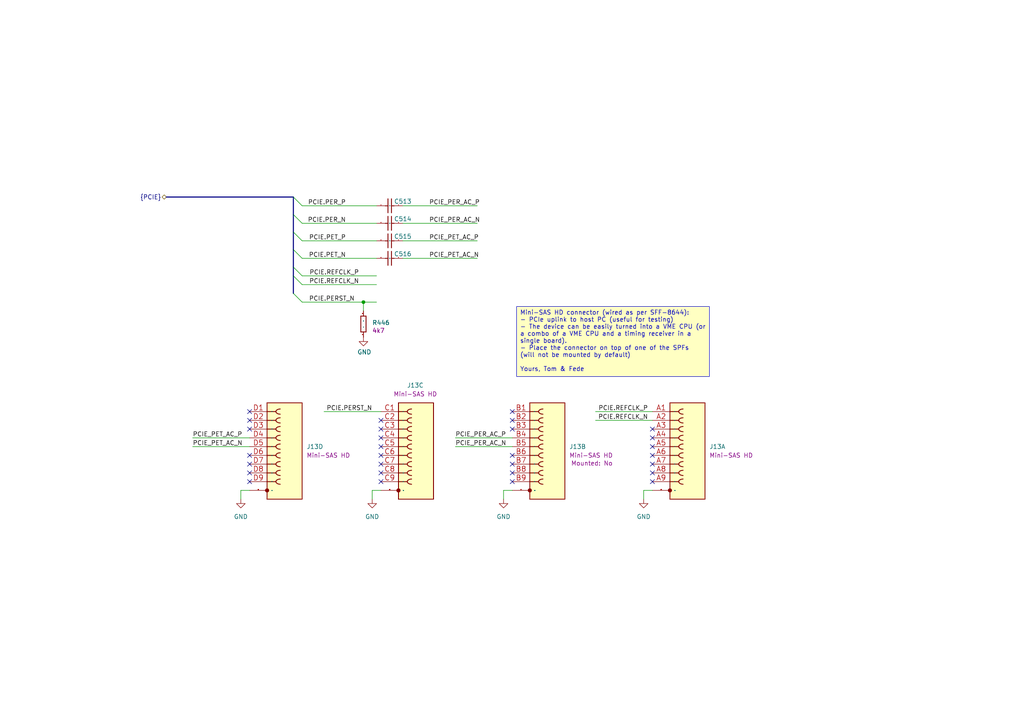
<source format=kicad_sch>
(kicad_sch (version 20250114) (generator "eeschema") (generator_version "9.0")
  (paper "A4")
  (title_block (title "PCI Express Port (SFF-8466)"))
  (lib_symbols
    (symbol "Capacitors SMD:CC0402_100NF_16V_10%_X7R" (pin_names (offset 1.27))
      (property "Reference" "C" (at 3.81 3.048 0))
      (property "Description" "100nF" (at 3.81 -3.048 0))
      (symbol "CC0402_100NF_16V_10%_X7R_0_1"
        (polyline (pts (xy 2.54 0) (xy 3.302 0)) (stroke (width 0.254)))
        (polyline (pts (xy 3.302 -2.032) (xy 3.302 2.032)) (stroke (width 0.254)))
        (polyline (pts (xy 4.318 2.032) (xy 4.318 -2.032)) (stroke (width 0.254)))
        (polyline (pts (xy 5.08 0) (xy 4.318 0)) (stroke (width 0.254)))
        (pin passive line (at 0 0 0) (length 2.54) (name "1") (number "1"))
        (pin passive line (at 7.62 0 180) (length 2.54) (name "2") (number "2"))
      )
    )
    (symbol "R0402_4K7_1%_0.0625W_100PPM_1" (pin_names (offset 1.27))
      (property "Reference" "R" (at 3.81 1.778 0))
      (property "Tolerance" "±1%" (at 3.81 0 0))
      (property "Val" "4k7" (at 3.81 -1.778 0))
      (symbol "R0402_4K7_1%_0.0625W_100PPM_1_0_1"
        (polyline (pts (xy 1.524 0.762) (xy 1.524 -0.762)) (stroke (width 0.254)))
        (polyline (pts (xy 1.524 -0.762) (xy 6.096 -0.762)) (stroke (width 0.254)))
        (polyline (pts (xy 6.096 0.762) (xy 1.524 0.762)) (stroke (width 0.254)))
        (polyline (pts (xy 6.096 -0.762) (xy 6.096 0.762)) (stroke (width 0.254)))
        (pin passive line (at 0 0 0) (length 1.524) (name "1") (number "1"))
        (pin passive line (at 7.62 0 180) (length 1.524) (name "2") (number "2"))
      )
    )
    (symbol "TYCO:TYCO_2149027-1" (pin_names (offset 1.27))
      (property "Reference" "J" (at 0 3.81 0))
      (property "Description" "Mini-SAS HD" (at 0 1.27 0))
      (symbol "TYCO_2149027-1_1_1"
        (polyline (pts (xy 0 0) (xy 0 -27.94)) (stroke (width 0.254)))
        (polyline (pts (xy 0 0) (xy 10.16 0) (xy 10.16 -27.94) (xy 0 -27.94)) (stroke (width 0.254)))
        (polyline (pts (xy 0 -2.54) (xy 2.54 -2.54)) (stroke (width 0.254)))
        (polyline (pts (xy 0 -5.08) (xy 2.54 -5.08)) (stroke (width 0.254)))
        (polyline (pts (xy 0 -7.62) (xy 2.54 -7.62)) (stroke (width 0.254)))
        (polyline (pts (xy 0 -10.16) (xy 2.54 -10.16)) (stroke (width 0.254)))
        (polyline (pts (xy 0 -12.7) (xy 2.54 -12.7)) (stroke (width 0.254)))
        (polyline (pts (xy 0 -15.24) (xy 2.54 -15.24)) (stroke (width 0.254)))
        (polyline (pts (xy 0 -17.78) (xy 2.54 -17.78)) (stroke (width 0.254)))
        (polyline (pts (xy 0 -20.32) (xy 2.54 -20.32)) (stroke (width 0.254)))
        (polyline (pts (xy 0 -22.86) (xy 2.54 -22.86)) (stroke (width 0.254)))
        (circle (center 0 -25.4) (radius 0.508) (fill (type outline)))
        (rectangle (start 0 -27.94) (end 10.16 0) (fill (type background)))
        (bezier (pts (xy 2.54 -2.54) (xy 2.54 -2.9464) (xy 3.1242 -3.302) (xy 3.81 -3.302)) (stroke (width 0.254)))
        (bezier (pts (xy 2.54 -5.08) (xy 2.54 -5.4864) (xy 3.1242 -5.842) (xy 3.81 -5.842)) (stroke (width 0.254)))
        (bezier (pts (xy 2.54 -7.62) (xy 2.54 -8.0264) (xy 3.1242 -8.382) (xy 3.81 -8.382)) (stroke (width 0.254)))
        (bezier (pts (xy 2.54 -10.16) (xy 2.54 -10.5664) (xy 3.1242 -10.922) (xy 3.81 -10.922)) (stroke (width 0.254)))
        (bezier (pts (xy 2.54 -12.7) (xy 2.54 -13.1064) (xy 3.1242 -13.462) (xy 3.81 -13.462)) (stroke (width 0.254)))
        (bezier (pts (xy 2.54 -15.24) (xy 2.54 -15.6464) (xy 3.1242 -16.002) (xy 3.81 -16.002)) (stroke (width 0.254)))
        (bezier (pts (xy 2.54 -17.78) (xy 2.54 -18.1864) (xy 3.1242 -18.542) (xy 3.81 -18.542)) (stroke (width 0.254)))
        (bezier (pts (xy 2.54 -20.32) (xy 2.54 -20.7264) (xy 3.1242 -21.082) (xy 3.81 -21.082)) (stroke (width 0.254)))
        (bezier (pts (xy 2.54 -22.86) (xy 2.54 -23.2664) (xy 3.1242 -23.622) (xy 3.81 -23.622)) (stroke (width 0.254)))
        (bezier (pts (xy 3.81 -1.778) (xy 3.1242 -1.778) (xy 2.54 -2.1336) (xy 2.54 -2.54)) (stroke (width 0.254)))
        (bezier (pts (xy 3.81 -4.318) (xy 3.1242 -4.318) (xy 2.54 -4.6736) (xy 2.54 -5.08)) (stroke (width 0.254)))
        (bezier (pts (xy 3.81 -6.858) (xy 3.1242 -6.858) (xy 2.54 -7.2136) (xy 2.54 -7.62)) (stroke (width 0.254)))
        (bezier (pts (xy 3.81 -9.398) (xy 3.1242 -9.398) (xy 2.54 -9.7536) (xy 2.54 -10.16)) (stroke (width 0.254)))
        (bezier (pts (xy 3.81 -11.938) (xy 3.1242 -11.938) (xy 2.54 -12.2936) (xy 2.54 -12.7)) (stroke (width 0.254)))
        (bezier (pts (xy 3.81 -14.478) (xy 3.1242 -14.478) (xy 2.54 -14.8336) (xy 2.54 -15.24)) (stroke (width 0.254)))
        (bezier (pts (xy 3.81 -17.018) (xy 3.1242 -17.018) (xy 2.54 -17.3736) (xy 2.54 -17.78)) (stroke (width 0.254)))
        (bezier (pts (xy 3.81 -19.558) (xy 3.1242 -19.558) (xy 2.54 -19.9136) (xy 2.54 -20.32)) (stroke (width 0.254)))
        (bezier (pts (xy 3.81 -22.098) (xy 3.1242 -22.098) (xy 2.54 -22.4536) (xy 2.54 -22.86)) (stroke (width 0.254)))
        (text "SHIELD" (at 4.572 -25.4 0) (effects (font (size 1.016 1.016))))
        (pin bidirectional line (at -5.08 -2.54 0) (length 5.08) (name "a1") (number "A1"))
        (pin bidirectional line (at -5.08 -5.08 0) (length 5.08) (name "a2") (number "A2"))
        (pin bidirectional line (at -5.08 -7.62 0) (length 5.08) (name "a3") (number "A3"))
        (pin bidirectional line (at -5.08 -10.16 0) (length 5.08) (name "a4") (number "A4"))
        (pin bidirectional line (at -5.08 -12.7 0) (length 5.08) (name "a5") (number "A5"))
        (pin bidirectional line (at -5.08 -15.24 0) (length 5.08) (name "a6") (number "A6"))
        (pin bidirectional line (at -5.08 -17.78 0) (length 5.08) (name "a7") (number "A7"))
        (pin bidirectional line (at -5.08 -20.32 0) (length 5.08) (name "a8") (number "A8"))
        (pin bidirectional line (at -5.08 -22.86 0) (length 5.08) (name "a9") (number "A9"))
        (pin bidirectional line (at -5.08 -25.4 0) (length 5.08) (name "SHIELD") (number "SHIELD"))
      )
      (symbol "TYCO_2149027-1_2_1"
        (polyline (pts (xy 0 0) (xy 0 -27.94)) (stroke (width 0.254)))
        (polyline (pts (xy 0 0) (xy 10.16 0) (xy 10.16 -27.94) (xy 0 -27.94)) (stroke (width 0.254)))
        (polyline (pts (xy 0 -2.54) (xy 2.54 -2.54)) (stroke (width 0.254)))
        (polyline (pts (xy 0 -5.08) (xy 2.54 -5.08)) (stroke (width 0.254)))
        (polyline (pts (xy 0 -7.62) (xy 2.54 -7.62)) (stroke (width 0.254)))
        (polyline (pts (xy 0 -10.16) (xy 2.54 -10.16)) (stroke (width 0.254)))
        (polyline (pts (xy 0 -12.7) (xy 2.54 -12.7)) (stroke (width 0.254)))
        (polyline (pts (xy 0 -15.24) (xy 2.54 -15.24)) (stroke (width 0.254)))
        (polyline (pts (xy 0 -17.78) (xy 2.54 -17.78)) (stroke (width 0.254)))
        (polyline (pts (xy 0 -20.32) (xy 2.54 -20.32)) (stroke (width 0.254)))
        (polyline (pts (xy 0 -22.86) (xy 2.54 -22.86)) (stroke (width 0.254)))
        (circle (center 0 -25.4) (radius 0.508) (fill (type outline)))
        (rectangle (start 0 -27.94) (end 10.16 0) (fill (type background)))
        (bezier (pts (xy 2.54 -2.54) (xy 2.54 -2.9464) (xy 3.1242 -3.302) (xy 3.81 -3.302)) (stroke (width 0.254)))
        (bezier (pts (xy 2.54 -5.08) (xy 2.54 -5.4864) (xy 3.1242 -5.842) (xy 3.81 -5.842)) (stroke (width 0.254)))
        (bezier (pts (xy 2.54 -7.62) (xy 2.54 -8.0264) (xy 3.1242 -8.382) (xy 3.81 -8.382)) (stroke (width 0.254)))
        (bezier (pts (xy 2.54 -10.16) (xy 2.54 -10.5664) (xy 3.1242 -10.922) (xy 3.81 -10.922)) (stroke (width 0.254)))
        (bezier (pts (xy 2.54 -12.7) (xy 2.54 -13.1064) (xy 3.1242 -13.462) (xy 3.81 -13.462)) (stroke (width 0.254)))
        (bezier (pts (xy 2.54 -15.24) (xy 2.54 -15.6464) (xy 3.1242 -16.002) (xy 3.81 -16.002)) (stroke (width 0.254)))
        (bezier (pts (xy 2.54 -17.78) (xy 2.54 -18.1864) (xy 3.1242 -18.542) (xy 3.81 -18.542)) (stroke (width 0.254)))
        (bezier (pts (xy 2.54 -20.32) (xy 2.54 -20.7264) (xy 3.1242 -21.082) (xy 3.81 -21.082)) (stroke (width 0.254)))
        (bezier (pts (xy 2.54 -22.86) (xy 2.54 -23.2664) (xy 3.1242 -23.622) (xy 3.81 -23.622)) (stroke (width 0.254)))
        (bezier (pts (xy 3.81 -1.778) (xy 3.1242 -1.778) (xy 2.54 -2.1336) (xy 2.54 -2.54)) (stroke (width 0.254)))
        (bezier (pts (xy 3.81 -4.318) (xy 3.1242 -4.318) (xy 2.54 -4.6736) (xy 2.54 -5.08)) (stroke (width 0.254)))
        (bezier (pts (xy 3.81 -6.858) (xy 3.1242 -6.858) (xy 2.54 -7.2136) (xy 2.54 -7.62)) (stroke (width 0.254)))
        (bezier (pts (xy 3.81 -9.398) (xy 3.1242 -9.398) (xy 2.54 -9.7536) (xy 2.54 -10.16)) (stroke (width 0.254)))
        (bezier (pts (xy 3.81 -11.938) (xy 3.1242 -11.938) (xy 2.54 -12.2936) (xy 2.54 -12.7)) (stroke (width 0.254)))
        (bezier (pts (xy 3.81 -14.478) (xy 3.1242 -14.478) (xy 2.54 -14.8336) (xy 2.54 -15.24)) (stroke (width 0.254)))
        (bezier (pts (xy 3.81 -17.018) (xy 3.1242 -17.018) (xy 2.54 -17.3736) (xy 2.54 -17.78)) (stroke (width 0.254)))
        (bezier (pts (xy 3.81 -19.558) (xy 3.1242 -19.558) (xy 2.54 -19.9136) (xy 2.54 -20.32)) (stroke (width 0.254)))
        (bezier (pts (xy 3.81 -22.098) (xy 3.1242 -22.098) (xy 2.54 -22.4536) (xy 2.54 -22.86)) (stroke (width 0.254)))
        (text "SHIELD" (at 4.572 -25.4 0) (effects (font (size 1.016 1.016))))
        (pin bidirectional line (at -5.08 -2.54 0) (length 5.08) (name "b1") (number "B1"))
        (pin bidirectional line (at -5.08 -5.08 0) (length 5.08) (name "b2") (number "B2"))
        (pin bidirectional line (at -5.08 -7.62 0) (length 5.08) (name "b3") (number "B3"))
        (pin bidirectional line (at -5.08 -10.16 0) (length 5.08) (name "b4") (number "B4"))
        (pin bidirectional line (at -5.08 -12.7 0) (length 5.08) (name "b5") (number "B5"))
        (pin bidirectional line (at -5.08 -15.24 0) (length 5.08) (name "b6") (number "B6"))
        (pin bidirectional line (at -5.08 -17.78 0) (length 5.08) (name "b7") (number "B7"))
        (pin bidirectional line (at -5.08 -20.32 0) (length 5.08) (name "b8") (number "B8"))
        (pin bidirectional line (at -5.08 -22.86 0) (length 5.08) (name "b9") (number "B9"))
        (pin bidirectional line (at -5.08 -25.4 0) (length 5.08) (name "SHIELD") (number "SHIELD"))
      )
      (symbol "TYCO_2149027-1_3_1"
        (polyline (pts (xy 0 0) (xy 0 -27.94)) (stroke (width 0.254)))
        (polyline (pts (xy 0 0) (xy 10.16 0) (xy 10.16 -27.94) (xy 0 -27.94)) (stroke (width 0.254)))
        (polyline (pts (xy 0 -2.54) (xy 2.54 -2.54)) (stroke (width 0.254)))
        (polyline (pts (xy 0 -5.08) (xy 2.54 -5.08)) (stroke (width 0.254)))
        (polyline (pts (xy 0 -7.62) (xy 2.54 -7.62)) (stroke (width 0.254)))
        (polyline (pts (xy 0 -10.16) (xy 2.54 -10.16)) (stroke (width 0.254)))
        (polyline (pts (xy 0 -12.7) (xy 2.54 -12.7)) (stroke (width 0.254)))
        (polyline (pts (xy 0 -15.24) (xy 2.54 -15.24)) (stroke (width 0.254)))
        (polyline (pts (xy 0 -17.78) (xy 2.54 -17.78)) (stroke (width 0.254)))
        (polyline (pts (xy 0 -20.32) (xy 2.54 -20.32)) (stroke (width 0.254)))
        (polyline (pts (xy 0 -22.86) (xy 2.54 -22.86)) (stroke (width 0.254)))
        (circle (center 0 -25.4) (radius 0.508) (fill (type outline)))
        (rectangle (start 0 -27.94) (end 10.16 0) (fill (type background)))
        (bezier (pts (xy 2.54 -2.54) (xy 2.54 -2.9464) (xy 3.1242 -3.302) (xy 3.81 -3.302)) (stroke (width 0.254)))
        (bezier (pts (xy 2.54 -5.08) (xy 2.54 -5.4864) (xy 3.1242 -5.842) (xy 3.81 -5.842)) (stroke (width 0.254)))
        (bezier (pts (xy 2.54 -7.62) (xy 2.54 -8.0264) (xy 3.1242 -8.382) (xy 3.81 -8.382)) (stroke (width 0.254)))
        (bezier (pts (xy 2.54 -10.16) (xy 2.54 -10.5664) (xy 3.1242 -10.922) (xy 3.81 -10.922)) (stroke (width 0.254)))
        (bezier (pts (xy 2.54 -12.7) (xy 2.54 -13.1064) (xy 3.1242 -13.462) (xy 3.81 -13.462)) (stroke (width 0.254)))
        (bezier (pts (xy 2.54 -15.24) (xy 2.54 -15.6464) (xy 3.1242 -16.002) (xy 3.81 -16.002)) (stroke (width 0.254)))
        (bezier (pts (xy 2.54 -17.78) (xy 2.54 -18.1864) (xy 3.1242 -18.542) (xy 3.81 -18.542)) (stroke (width 0.254)))
        (bezier (pts (xy 2.54 -20.32) (xy 2.54 -20.7264) (xy 3.1242 -21.082) (xy 3.81 -21.082)) (stroke (width 0.254)))
        (bezier (pts (xy 2.54 -22.86) (xy 2.54 -23.2664) (xy 3.1242 -23.622) (xy 3.81 -23.622)) (stroke (width 0.254)))
        (bezier (pts (xy 3.81 -1.778) (xy 3.1242 -1.778) (xy 2.54 -2.1336) (xy 2.54 -2.54)) (stroke (width 0.254)))
        (bezier (pts (xy 3.81 -4.318) (xy 3.1242 -4.318) (xy 2.54 -4.6736) (xy 2.54 -5.08)) (stroke (width 0.254)))
        (bezier (pts (xy 3.81 -6.858) (xy 3.1242 -6.858) (xy 2.54 -7.2136) (xy 2.54 -7.62)) (stroke (width 0.254)))
        (bezier (pts (xy 3.81 -9.398) (xy 3.1242 -9.398) (xy 2.54 -9.7536) (xy 2.54 -10.16)) (stroke (width 0.254)))
        (bezier (pts (xy 3.81 -11.938) (xy 3.1242 -11.938) (xy 2.54 -12.2936) (xy 2.54 -12.7)) (stroke (width 0.254)))
        (bezier (pts (xy 3.81 -14.478) (xy 3.1242 -14.478) (xy 2.54 -14.8336) (xy 2.54 -15.24)) (stroke (width 0.254)))
        (bezier (pts (xy 3.81 -17.018) (xy 3.1242 -17.018) (xy 2.54 -17.3736) (xy 2.54 -17.78)) (stroke (width 0.254)))
        (bezier (pts (xy 3.81 -19.558) (xy 3.1242 -19.558) (xy 2.54 -19.9136) (xy 2.54 -20.32)) (stroke (width 0.254)))
        (bezier (pts (xy 3.81 -22.098) (xy 3.1242 -22.098) (xy 2.54 -22.4536) (xy 2.54 -22.86)) (stroke (width 0.254)))
        (text "SHIELD" (at 4.572 -25.4 0) (effects (font (size 1.016 1.016))))
        (pin bidirectional line (at -5.08 -2.54 0) (length 5.08) (name "c1") (number "C1"))
        (pin bidirectional line (at -5.08 -5.08 0) (length 5.08) (name "c2") (number "C2"))
        (pin bidirectional line (at -5.08 -7.62 0) (length 5.08) (name "c3") (number "C3"))
        (pin bidirectional line (at -5.08 -10.16 0) (length 5.08) (name "c4") (number "C4"))
        (pin bidirectional line (at -5.08 -12.7 0) (length 5.08) (name "c5") (number "C5"))
        (pin bidirectional line (at -5.08 -15.24 0) (length 5.08) (name "c6") (number "C6"))
        (pin bidirectional line (at -5.08 -17.78 0) (length 5.08) (name "c7") (number "C7"))
        (pin bidirectional line (at -5.08 -20.32 0) (length 5.08) (name "c8") (number "C8"))
        (pin bidirectional line (at -5.08 -22.86 0) (length 5.08) (name "c9") (number "C9"))
        (pin bidirectional line (at -5.08 -25.4 0) (length 5.08) (name "SHIELD") (number "SHIELD"))
      )
      (symbol "TYCO_2149027-1_4_1"
        (polyline (pts (xy 0 0) (xy 0 -27.94)) (stroke (width 0.254)))
        (polyline (pts (xy 0 0) (xy 10.16 0) (xy 10.16 -27.94) (xy 0 -27.94)) (stroke (width 0.254)))
        (polyline (pts (xy 0 -2.54) (xy 2.54 -2.54)) (stroke (width 0.254)))
        (polyline (pts (xy 0 -5.08) (xy 2.54 -5.08)) (stroke (width 0.254)))
        (polyline (pts (xy 0 -7.62) (xy 2.54 -7.62)) (stroke (width 0.254)))
        (polyline (pts (xy 0 -10.16) (xy 2.54 -10.16)) (stroke (width 0.254)))
        (polyline (pts (xy 0 -12.7) (xy 2.54 -12.7)) (stroke (width 0.254)))
        (polyline (pts (xy 0 -15.24) (xy 2.54 -15.24)) (stroke (width 0.254)))
        (polyline (pts (xy 0 -17.78) (xy 2.54 -17.78)) (stroke (width 0.254)))
        (polyline (pts (xy 0 -20.32) (xy 2.54 -20.32)) (stroke (width 0.254)))
        (polyline (pts (xy 0 -22.86) (xy 2.54 -22.86)) (stroke (width 0.254)))
        (circle (center 0 -25.4) (radius 0.508) (fill (type outline)))
        (rectangle (start 0 -27.94) (end 10.16 0) (fill (type background)))
        (bezier (pts (xy 2.54 -2.54) (xy 2.54 -2.9464) (xy 3.1242 -3.302) (xy 3.81 -3.302)) (stroke (width 0.254)))
        (bezier (pts (xy 2.54 -5.08) (xy 2.54 -5.4864) (xy 3.1242 -5.842) (xy 3.81 -5.842)) (stroke (width 0.254)))
        (bezier (pts (xy 2.54 -7.62) (xy 2.54 -8.0264) (xy 3.1242 -8.382) (xy 3.81 -8.382)) (stroke (width 0.254)))
        (bezier (pts (xy 2.54 -10.16) (xy 2.54 -10.5664) (xy 3.1242 -10.922) (xy 3.81 -10.922)) (stroke (width 0.254)))
        (bezier (pts (xy 2.54 -12.7) (xy 2.54 -13.1064) (xy 3.1242 -13.462) (xy 3.81 -13.462)) (stroke (width 0.254)))
        (bezier (pts (xy 2.54 -15.24) (xy 2.54 -15.6464) (xy 3.1242 -16.002) (xy 3.81 -16.002)) (stroke (width 0.254)))
        (bezier (pts (xy 2.54 -17.78) (xy 2.54 -18.1864) (xy 3.1242 -18.542) (xy 3.81 -18.542)) (stroke (width 0.254)))
        (bezier (pts (xy 2.54 -20.32) (xy 2.54 -20.7264) (xy 3.1242 -21.082) (xy 3.81 -21.082)) (stroke (width 0.254)))
        (bezier (pts (xy 2.54 -22.86) (xy 2.54 -23.2664) (xy 3.1242 -23.622) (xy 3.81 -23.622)) (stroke (width 0.254)))
        (bezier (pts (xy 3.81 -1.778) (xy 3.1242 -1.778) (xy 2.54 -2.1336) (xy 2.54 -2.54)) (stroke (width 0.254)))
        (bezier (pts (xy 3.81 -4.318) (xy 3.1242 -4.318) (xy 2.54 -4.6736) (xy 2.54 -5.08)) (stroke (width 0.254)))
        (bezier (pts (xy 3.81 -6.858) (xy 3.1242 -6.858) (xy 2.54 -7.2136) (xy 2.54 -7.62)) (stroke (width 0.254)))
        (bezier (pts (xy 3.81 -9.398) (xy 3.1242 -9.398) (xy 2.54 -9.7536) (xy 2.54 -10.16)) (stroke (width 0.254)))
        (bezier (pts (xy 3.81 -11.938) (xy 3.1242 -11.938) (xy 2.54 -12.2936) (xy 2.54 -12.7)) (stroke (width 0.254)))
        (bezier (pts (xy 3.81 -14.478) (xy 3.1242 -14.478) (xy 2.54 -14.8336) (xy 2.54 -15.24)) (stroke (width 0.254)))
        (bezier (pts (xy 3.81 -17.018) (xy 3.1242 -17.018) (xy 2.54 -17.3736) (xy 2.54 -17.78)) (stroke (width 0.254)))
        (bezier (pts (xy 3.81 -19.558) (xy 3.1242 -19.558) (xy 2.54 -19.9136) (xy 2.54 -20.32)) (stroke (width 0.254)))
        (bezier (pts (xy 3.81 -22.098) (xy 3.1242 -22.098) (xy 2.54 -22.4536) (xy 2.54 -22.86)) (stroke (width 0.254)))
        (text "SHIELD" (at 4.572 -25.4 0) (effects (font (size 1.016 1.016))))
        (pin bidirectional line (at -5.08 -2.54 0) (length 5.08) (name "d1") (number "D1"))
        (pin bidirectional line (at -5.08 -5.08 0) (length 5.08) (name "d2") (number "D2"))
        (pin bidirectional line (at -5.08 -7.62 0) (length 5.08) (name "d3") (number "D3"))
        (pin bidirectional line (at -5.08 -10.16 0) (length 5.08) (name "d4") (number "D4"))
        (pin bidirectional line (at -5.08 -12.7 0) (length 5.08) (name "d5") (number "D5"))
        (pin bidirectional line (at -5.08 -15.24 0) (length 5.08) (name "d6") (number "D6"))
        (pin bidirectional line (at -5.08 -17.78 0) (length 5.08) (name "d7") (number "D7"))
        (pin bidirectional line (at -5.08 -20.32 0) (length 5.08) (name "d8") (number "D8"))
        (pin bidirectional line (at -5.08 -22.86 0) (length 5.08) (name "d9") (number "D9"))
        (pin bidirectional line (at -5.08 -25.4 0) (length 5.08) (name "SHIELD") (number "SHIELD"))
      )
    )
    (symbol "power:GND" (power) (pin_names (offset 0))
      (property "Value" "GND" (at 0 -3.81 0))
      (symbol "GND_0_1"
        (polyline (pts (xy 0 0) (xy 0 -1.27) (xy 1.27 -1.27) (xy 0 -2.54) (xy -1.27 -1.27) (xy 0 -1.27)))
      )
      (symbol "GND_1_1"
        (pin power_in line (at 0 0 270) (length 0) (hide yes) (name "GND") (number "1"))
      )
    )
  )
  (text_box "Mini-SAS HD connector (wired as per SFF-8644):\n- PCIe uplink to host PC (useful for testing)\n- The device can be easily turned into a VME CPU (or a combo of a VME CPU and a timing receiver in a single board).\n- Place the connector on top of one of the SPFs (will not be mounted by default)\n\nYours, Tom & Fede" (at 149.86 88.9 0) (size 55.88 20.32) (margins 0.9525 0.9525 0.9525 0.9525) (fill (type color) (color 255 255 194 1)) (effects (font (size 1.27 1.27)) (justify left top)))
  (junction (at 105.41 87.63))
  (no_connect (at 189.23 127))
  (no_connect (at 110.49 121.92))
  (no_connect (at 148.59 124.46))
  (no_connect (at 148.59 137.16))
  (no_connect (at 72.39 137.16))
  (no_connect (at 110.49 137.16))
  (no_connect (at 110.49 127))
  (no_connect (at 110.49 124.46))
  (no_connect (at 110.49 132.08))
  (no_connect (at 72.39 132.08))
  (no_connect (at 148.59 119.38))
  (no_connect (at 110.49 134.62))
  (no_connect (at 189.23 124.46))
  (no_connect (at 110.49 129.54))
  (no_connect (at 189.23 132.08))
  (no_connect (at 72.39 134.62))
  (no_connect (at 148.59 139.7))
  (no_connect (at 148.59 132.08))
  (no_connect (at 148.59 134.62))
  (no_connect (at 72.39 121.92))
  (no_connect (at 72.39 124.46))
  (no_connect (at 110.49 139.7))
  (no_connect (at 72.39 119.38))
  (no_connect (at 72.39 139.7))
  (no_connect (at 189.23 134.62))
  (no_connect (at 189.23 129.54))
  (no_connect (at 189.23 137.16))
  (no_connect (at 148.59 121.92))
  (no_connect (at 189.23 139.7))
  (bus_entry (at 87.63 82.55) (size -2.54 -2.54))
  (bus_entry (at 87.63 74.93) (size -2.54 -2.54))
  (bus_entry (at 87.63 87.63) (size -2.54 -2.54))
  (bus_entry (at 87.63 80.01) (size -2.54 -2.54))
  (bus_entry (at 87.63 64.77) (size -2.54 -2.54))
  (bus_entry (at 87.63 59.69) (size -2.54 -2.54))
  (bus_entry (at 87.63 69.85) (size -2.54 -2.54))
  (wire (pts (xy 116.84 69.85) (xy 138.43 69.85)))
  (wire (pts (xy 55.88 129.54) (xy 72.39 129.54)))
  (wire (pts (xy 109.22 74.93) (xy 87.63 74.93)))
  (bus (pts (xy 85.09 67.31) (xy 85.09 72.39)))
  (wire (pts (xy 105.41 87.63) (xy 87.63 87.63)))
  (bus (pts (xy 85.09 80.01) (xy 85.09 85.09)))
  (wire (pts (xy 172.72 121.92) (xy 189.23 121.92)))
  (bus (pts (xy 85.09 62.23) (xy 85.09 67.31)))
  (wire (pts (xy 109.22 64.77) (xy 87.63 64.77)))
  (wire (pts (xy 116.84 64.77) (xy 138.43 64.77)))
  (wire (pts (xy 132.08 129.54) (xy 148.59 129.54)))
  (wire (pts (xy 109.22 87.63) (xy 105.41 87.63)))
  (bus (pts (xy 48.26 57.15) (xy 85.09 57.15)))
  (wire (pts (xy 172.72 119.38) (xy 189.23 119.38)))
  (wire (pts (xy 132.08 127) (xy 148.59 127)))
  (bus (pts (xy 85.09 77.47) (xy 85.09 80.01)))
  (wire (pts (xy 105.41 87.63) (xy 105.41 90.17)))
  (wire (pts (xy 189.23 142.24) (xy 186.69 142.24)))
  (wire (pts (xy 107.95 142.24) (xy 107.95 144.78)))
  (wire (pts (xy 72.39 142.24) (xy 69.85 142.24)))
  (wire (pts (xy 109.22 82.55) (xy 87.63 82.55)))
  (wire (pts (xy 69.85 142.24) (xy 69.85 144.78)))
  (wire (pts (xy 93.98 119.38) (xy 110.49 119.38)))
  (bus (pts (xy 85.09 72.39) (xy 85.09 77.47)))
  (wire (pts (xy 110.49 142.24) (xy 107.95 142.24)))
  (wire (pts (xy 148.59 142.24) (xy 146.05 142.24)))
  (wire (pts (xy 116.84 74.93) (xy 138.43 74.93)))
  (wire (pts (xy 116.84 59.69) (xy 138.43 59.69)))
  (wire (pts (xy 186.69 142.24) (xy 186.69 144.78)))
  (wire (pts (xy 109.22 59.69) (xy 87.63 59.69)))
  (wire (pts (xy 109.22 80.01) (xy 87.63 80.01)))
  (wire (pts (xy 55.88 127) (xy 72.39 127)))
  (bus (pts (xy 85.09 57.15) (xy 85.09 62.23)))
  (wire (pts (xy 109.22 69.85) (xy 87.63 69.85)))
  (wire (pts (xy 146.05 142.24) (xy 146.05 144.78)))
  (label "PCIE_PER_AC_P" (at 132.08 127 0))
  (label "PCIE_PET_AC_P" (at 124.46 69.85 0))
  (label "PCIE.PER_P" (at 100.33 59.69 180))
  (label "PCIE_PET_AC_P" (at 55.88 127 0))
  (label "PCIE.PERST_N" (at 102.87 87.63 180))
  (label "PCIE_PER_AC_N" (at 124.46 64.77 0))
  (label "PCIE_PER_AC_N" (at 132.08 129.54 0))
  (label "PCIE.PER_N" (at 100.33 64.77 180))
  (label "PCIE_PET_AC_N" (at 124.46 74.93 0))
  (label "PCIE.REFCLK_P" (at 187.96 119.38 180))
  (label "PCIE.REFCLK_P" (at 104.14 80.01 180))
  (label "PCIE.REFCLK_N" (at 104.14 82.55 180))
  (label "PCIE.PET_N" (at 100.33 74.93 180))
  (label "PCIE_PER_AC_P" (at 124.46 59.69 0))
  (label "PCIE_PET_AC_N" (at 55.88 129.54 0))
  (label "PCIE.PET_P" (at 100.33 69.85 180))
  (label "PCIE.REFCLK_N" (at 187.96 121.92 180))
  (label "PCIE.PERST_N" (at 107.95 119.38 180))
  (hierarchical_label "{PCIE}" (shape bidirectional) (at 48.26 57.15 180))
  (symbol (lib_id "power:GND") (at 186.69 144.78 0) (unit 1)
    (property "Reference" "#PWR01131" (effects (hide yes)))
    (property "Value" "GND" (at 186.69 149.86 0))
    (property "Description" "GROUND power-flag symbol" (effects (hide yes)))
  )
  (symbol (lib_id "power:GND") (at 107.95 144.78 0) (unit 1)
    (property "Reference" "#PWR01129" (effects (hide yes)))
    (property "Value" "GND" (at 107.95 149.86 0))
    (property "Description" "GROUND power-flag symbol" (effects (hide yes)))
  )
  (symbol (lib_id "Capacitors SMD:CC0402_100NF_16V_10%_X7R") (at 116.84 69.85 0) (mirror y) (unit 1)
    (property "Reference" "C515" (at 116.84 68.58 0))
    (property "Value" "CC0402_100NF_16V_10%_X7R" (effects (hide yes)))
    (property "Footprint" "Capacitors SMD:CAPC1005X55N" (effects (hide yes)))
    (property "Description" "100nF" (effects (hide yes)))
    (property "SMD" "Yes" (effects (hide yes)))
    (property "Part Number" "CC0402_100NF_16V_10%_X7R" (effects (hide yes)))
    (property "Library Ref" "Capacitor - non polarized" (effects (hide yes)))
    (property "Library Path" "SchLib\\Capacitors.SchLib" (effects (hide yes)))
    (property "Comment" "100nF" (effects (hide yes)))
    (property "Component Kind" "Standard" (effects (hide yes)))
    (property "Component Type" "Standard" (effects (hide yes)))
    (property "Pin Count" "2" (effects (hide yes)))
    (property "Footprint Path" "PcbLib\\Capacitors SMD.PcbLib" (effects (hide yes)))
    (property "Footprint Ref" "CAPC1005X55N" (effects (hide yes)))
    (property "PackageDescription" " " (effects (hide yes)))
    (property "Status" "Not Recommended" (effects (hide yes)))
    (property "Status Comment" " " (effects (hide yes)))
    (property "Voltage" "16V" (effects (hide yes)))
    (property "Tolerance" "±10%" (effects (hide yes)))
    (property "Part Description" "SMD Multilayer Chip Ceramic Capacitor" (effects (hide yes)))
    (property "Manufacturer" "GENERIC" (effects (hide yes)))
    (property "Manufacturer Part Number" "CC0402_100NF_16V_10%_X7R" (effects (hide yes)))
    (property "Case" "0402" (effects (hide yes)))
    (property "Mounted" "Yes" (effects (hide yes)))
    (property "Socket" "No" (effects (hide yes)))
    (property "PressFit" " " (effects (hide yes)))
    (property "Sense" "No" (effects (hide yes)))
    (property "Sense Comment" " " (effects (hide yes)))
    (property "ComponentHeight" " " (effects (hide yes)))
    (property "Manufacturer1 Example" "MURATA" (effects (hide yes)))
    (property "Manufacturer1 Part Number" "GRM155R71C104KA88D" (effects (hide yes)))
    (property "Manufacturer1 ComponentHeight" "0.55mm" (effects (hide yes)))
    (property "Author" "CERN DEM JLC" (effects (hide yes)))
    (property "CreateDate" "12/05/13 00:00:00" (effects (hide yes)))
    (property "LatestRevisionDate" "12/03/07 00:00:00" (effects (hide yes)))
    (property "Database Table Name" "Capacitors" (effects (hide yes)))
    (property "Library Name" "Capacitors SMD" (effects (hide yes)))
    (property "Footprint Library" "Capacitors SMD" (effects (hide yes)))
    (property "License" "CC-BY-SA 4.0" (effects (hide yes)))
  )
  (symbol (lib_id "power:GND") (at 69.85 144.78 0) (unit 1)
    (property "Reference" "#PWR01128" (effects (hide yes)))
    (property "Value" "GND" (at 69.85 149.86 0))
    (property "Description" "GROUND power-flag symbol" (effects (hide yes)))
  )
  (symbol (lib_id "Capacitors SMD:CC0402_100NF_16V_10%_X7R") (at 116.84 59.69 0) (mirror y) (unit 1)
    (property "Reference" "C513" (at 116.84 58.42 0))
    (property "Value" "CC0402_100NF_16V_10%_X7R" (effects (hide yes)))
    (property "Footprint" "Capacitors SMD:CAPC1005X55N" (effects (hide yes)))
    (property "Description" "100nF" (effects (hide yes)))
    (property "SMD" "Yes" (effects (hide yes)))
    (property "Part Number" "CC0402_100NF_16V_10%_X7R" (effects (hide yes)))
    (property "Library Ref" "Capacitor - non polarized" (effects (hide yes)))
    (property "Library Path" "SchLib\\Capacitors.SchLib" (effects (hide yes)))
    (property "Comment" "100nF" (effects (hide yes)))
    (property "Component Kind" "Standard" (effects (hide yes)))
    (property "Component Type" "Standard" (effects (hide yes)))
    (property "Pin Count" "2" (effects (hide yes)))
    (property "Footprint Path" "PcbLib\\Capacitors SMD.PcbLib" (effects (hide yes)))
    (property "Footprint Ref" "CAPC1005X55N" (effects (hide yes)))
    (property "PackageDescription" " " (effects (hide yes)))
    (property "Status" "Not Recommended" (effects (hide yes)))
    (property "Status Comment" " " (effects (hide yes)))
    (property "Voltage" "16V" (effects (hide yes)))
    (property "Tolerance" "±10%" (effects (hide yes)))
    (property "Part Description" "SMD Multilayer Chip Ceramic Capacitor" (effects (hide yes)))
    (property "Manufacturer" "GENERIC" (effects (hide yes)))
    (property "Manufacturer Part Number" "CC0402_100NF_16V_10%_X7R" (effects (hide yes)))
    (property "Case" "0402" (effects (hide yes)))
    (property "Mounted" "Yes" (effects (hide yes)))
    (property "Socket" "No" (effects (hide yes)))
    (property "PressFit" " " (effects (hide yes)))
    (property "Sense" "No" (effects (hide yes)))
    (property "Sense Comment" " " (effects (hide yes)))
    (property "ComponentHeight" " " (effects (hide yes)))
    (property "Manufacturer1 Example" "MURATA" (effects (hide yes)))
    (property "Manufacturer1 Part Number" "GRM155R71C104KA88D" (effects (hide yes)))
    (property "Manufacturer1 ComponentHeight" "0.55mm" (effects (hide yes)))
    (property "Author" "CERN DEM JLC" (effects (hide yes)))
    (property "CreateDate" "12/05/13 00:00:00" (effects (hide yes)))
    (property "LatestRevisionDate" "12/03/07 00:00:00" (effects (hide yes)))
    (property "Database Table Name" "Capacitors" (effects (hide yes)))
    (property "Library Name" "Capacitors SMD" (effects (hide yes)))
    (property "Footprint Library" "Capacitors SMD" (effects (hide yes)))
    (property "License" "CC-BY-SA 4.0" (effects (hide yes)))
  )
  (symbol (lib_name "R0402_4K7_1%_0.0625W_100PPM_1") (lib_id "Resistors SMD:R0402_4K7_1%_0.0625W_100PPM") (at 105.41 97.79 90) (unit 1)
    (property "Reference" "R446" (at 107.95 93.5989 90) (effects (justify right)))
    (property "Value" "R0402_4K7_1%_0.0625W_100PPM" (effects (hide yes)))
    (property "Footprint" "Resistors SMD:RESC1005X40N" (effects (hide yes)))
    (property "SMD" "Yes" (effects (hide yes)))
    (property "Tolerance" "±1%" (effects (hide yes)))
    (property "Val" "4k7" (at 107.95 95.8849 90) (effects (justify right)))
    (property "Part Number" "R0402_4K7_1%_0.0625W_100PPM" (effects (hide yes)))
    (property "Library Ref" "Resistor - 1%" (effects (hide yes)))
    (property "Library Path" "SchLib\\Resistors.SchLib" (effects (hide yes)))
    (property "Comment" "4k7" (effects (hide yes)))
    (property "Component Kind" "Standard" (effects (hide yes)))
    (property "Component Type" "Standard" (effects (hide yes)))
    (property "PackageDescription" " " (effects (hide yes)))
    (property "Pin Count" "2" (effects (hide yes)))
    (property "Footprint Path" "PcbLib\\Resistors SMD.PcbLib" (effects (hide yes)))
    (property "Footprint Ref" "RESC1005X40N" (effects (hide yes)))
    (property "Status" "Not Recommended" (effects (hide yes)))
    (property "Power" "0.0625W" (effects (hide yes)))
    (property "Voltage" " " (effects (hide yes)))
    (property "Part Description" "General Purpose Thick Film Chip Resistor" (effects (hide yes)))
    (property "Manufacturer" "GENERIC" (effects (hide yes)))
    (property "Manufacturer Part Number" "R0402_4K7_1%_0.0625W_100PPM" (effects (hide yes)))
    (property "Case" "0402" (effects (hide yes)))
    (property "PressFit" "No" (effects (hide yes)))
    (property "Mounted" "Yes" (effects (hide yes)))
    (property "Sense Comment" " " (effects (hide yes)))
    (property "Sense" "No" (effects (hide yes)))
    (property "Status Comment" " " (effects (hide yes)))
    (property "Socket" "No" (effects (hide yes)))
    (property "ComponentHeight" " " (effects (hide yes)))
    (property "Manufacturer1 Example" "YAGEO PHYCOMP" (effects (hide yes)))
    (property "Manufacturer1 Part Number" "232270674702L" (effects (hide yes)))
    (property "Manufacturer1 ComponentHeight" "0.4mm" (effects (hide yes)))
    (property "Author" "CERN DEM JLC" (effects (hide yes)))
    (property "CreateDate" "12/03/07 00:00:00" (effects (hide yes)))
    (property "LatestRevisionDate" "10/17/12 00:00:00" (effects (hide yes)))
    (property "Database Table Name" "Resistors" (effects (hide yes)))
    (property "Library Name" "Resistors SMD" (effects (hide yes)))
    (property "Footprint Library" "Resistors SMD" (effects (hide yes)))
    (property "License" "CC-BY-SA 4.0" (effects (hide yes)))
  )
  (symbol (lib_id "Capacitors SMD:CC0402_100NF_16V_10%_X7R") (at 116.84 64.77 0) (mirror y) (unit 1)
    (property "Reference" "C514" (at 116.84 63.5 0))
    (property "Value" "CC0402_100NF_16V_10%_X7R" (effects (hide yes)))
    (property "Footprint" "Capacitors SMD:CAPC1005X55N" (effects (hide yes)))
    (property "Description" "100nF" (effects (hide yes)))
    (property "SMD" "Yes" (effects (hide yes)))
    (property "Part Number" "CC0402_100NF_16V_10%_X7R" (effects (hide yes)))
    (property "Library Ref" "Capacitor - non polarized" (effects (hide yes)))
    (property "Library Path" "SchLib\\Capacitors.SchLib" (effects (hide yes)))
    (property "Comment" "100nF" (effects (hide yes)))
    (property "Component Kind" "Standard" (effects (hide yes)))
    (property "Component Type" "Standard" (effects (hide yes)))
    (property "Pin Count" "2" (effects (hide yes)))
    (property "Footprint Path" "PcbLib\\Capacitors SMD.PcbLib" (effects (hide yes)))
    (property "Footprint Ref" "CAPC1005X55N" (effects (hide yes)))
    (property "PackageDescription" " " (effects (hide yes)))
    (property "Status" "Not Recommended" (effects (hide yes)))
    (property "Status Comment" " " (effects (hide yes)))
    (property "Voltage" "16V" (effects (hide yes)))
    (property "Tolerance" "±10%" (effects (hide yes)))
    (property "Part Description" "SMD Multilayer Chip Ceramic Capacitor" (effects (hide yes)))
    (property "Manufacturer" "GENERIC" (effects (hide yes)))
    (property "Manufacturer Part Number" "CC0402_100NF_16V_10%_X7R" (effects (hide yes)))
    (property "Case" "0402" (effects (hide yes)))
    (property "Mounted" "Yes" (effects (hide yes)))
    (property "Socket" "No" (effects (hide yes)))
    (property "PressFit" " " (effects (hide yes)))
    (property "Sense" "No" (effects (hide yes)))
    (property "Sense Comment" " " (effects (hide yes)))
    (property "ComponentHeight" " " (effects (hide yes)))
    (property "Manufacturer1 Example" "MURATA" (effects (hide yes)))
    (property "Manufacturer1 Part Number" "GRM155R71C104KA88D" (effects (hide yes)))
    (property "Manufacturer1 ComponentHeight" "0.55mm" (effects (hide yes)))
    (property "Author" "CERN DEM JLC" (effects (hide yes)))
    (property "CreateDate" "12/05/13 00:00:00" (effects (hide yes)))
    (property "LatestRevisionDate" "12/03/07 00:00:00" (effects (hide yes)))
    (property "Database Table Name" "Capacitors" (effects (hide yes)))
    (property "Library Name" "Capacitors SMD" (effects (hide yes)))
    (property "Footprint Library" "Capacitors SMD" (effects (hide yes)))
    (property "License" "CC-BY-SA 4.0" (effects (hide yes)))
  )
  (symbol (lib_id "TYCO:TYCO_2149027-1") (at 153.67 116.84 0) (unit 2)
    (property "Reference" "J13" (at 165.1 129.5399 0) (effects (justify left)))
    (property "Value" "TYCO_2149027-1" (effects (hide yes)))
    (property "Footprint" "TYCO THD:TYCO_2149027-1" (effects (hide yes)))
    (property "Description" "Mini-SAS HD" (at 165.1 132.0799 0) (effects (justify left)))
    (property "Part Number" "TYCO_2149027-1" (effects (hide yes)))
    (property "Library Ref" "Mini-SAS HD" (effects (hide yes)))
    (property "Library Path" "SchLib\\Connectors.SchLib" (effects (hide yes)))
    (property "Comment" " " (effects (hide yes)))
    (property "Component Kind" "Standard" (effects (hide yes)))
    (property "Component Type" "Standard" (effects (hide yes)))
    (property "PackageDescription" " " (effects (hide yes)))
    (property "Pin Count" "36" (effects (hide yes)))
    (property "Case" " " (effects (hide yes)))
    (property "Footprint Path" "PcbLib\\TYCO THD.PcbLib" (effects (hide yes)))
    (property "Footprint Ref" "TYCO_2149027-1" (effects (hide yes)))
    (property "Family" "Mini-SAS HD" (effects (hide yes)))
    (property "Mounted" "No" (at 165.608 134.366 0) (show_name yes) (effects (justify left)))
    (property "Socket" "No" (effects (hide yes)))
    (property "SMD" "No" (effects (hide yes)))
    (property "PressFit" "Yes" (effects (hide yes)))
    (property "Sense" "No" (effects (hide yes)))
    (property "Sense Comment" " " (effects (hide yes)))
    (property "Status" "None" (effects (hide yes)))
    (property "Status Comment" " " (effects (hide yes)))
    (property "SCEM" " " (effects (hide yes)))
    (property "Device" " " (effects (hide yes)))
    (property "Part Description" "36 Contacts, Through Hole, Right Angle, Mini-SAS High Density" (effects (hide yes)))
    (property "Manufacturer" "TYCO ELECTRONICS" (effects (hide yes)))
    (property "Manufacturer Part Number" "2149027-1" (effects (hide yes)))
    (property "ComponentHeight" "12.32mm" (effects (hide yes)))
    (property "ComponentLink1URL" " " (effects (hide yes)))
    (property "ComponentLink1Description" " " (effects (hide yes)))
    (property "ComponentLink2URL" " " (effects (hide yes)))
    (property "ComponentLink2Description" " " (effects (hide yes)))
    (property "Author" "CERN DEM HF" (effects (hide yes)))
    (property "CreateDate" "08/21/23 00:00:00" (effects (hide yes)))
    (property "LatestRevisionDate" "08/21/23 00:00:00" (effects (hide yes)))
    (property "Database Table Name" "Connectors" (effects (hide yes)))
    (property "Library Name" "TYCO" (effects (hide yes)))
    (property "Footprint Library" "TYCO THD" (effects (hide yes)))
    (property "License" "CC-BY-SA 4.0" (effects (hide yes)))
  )
  (symbol (lib_id "TYCO:TYCO_2149027-1") (at 115.57 116.84 0) (unit 3)
    (property "Reference" "J13" (at 120.4595 111.76 0))
    (property "Value" "TYCO_2149027-1" (effects (hide yes)))
    (property "Footprint" "TYCO THD:TYCO_2149027-1" (effects (hide yes)))
    (property "Description" "Mini-SAS HD" (at 120.4595 114.3 0))
    (property "Part Number" "TYCO_2149027-1" (effects (hide yes)))
    (property "Library Ref" "Mini-SAS HD" (effects (hide yes)))
    (property "Library Path" "SchLib\\Connectors.SchLib" (effects (hide yes)))
    (property "Comment" " " (effects (hide yes)))
    (property "Component Kind" "Standard" (effects (hide yes)))
    (property "Component Type" "Standard" (effects (hide yes)))
    (property "PackageDescription" " " (effects (hide yes)))
    (property "Pin Count" "36" (effects (hide yes)))
    (property "Case" " " (effects (hide yes)))
    (property "Footprint Path" "PcbLib\\TYCO THD.PcbLib" (effects (hide yes)))
    (property "Footprint Ref" "TYCO_2149027-1" (effects (hide yes)))
    (property "Family" "Mini-SAS HD" (effects (hide yes)))
    (property "Mounted" "No" (effects (hide yes)))
    (property "Socket" "No" (effects (hide yes)))
    (property "SMD" "No" (effects (hide yes)))
    (property "PressFit" "Yes" (effects (hide yes)))
    (property "Sense" "No" (effects (hide yes)))
    (property "Sense Comment" " " (effects (hide yes)))
    (property "Status" "None" (effects (hide yes)))
    (property "Status Comment" " " (effects (hide yes)))
    (property "SCEM" " " (effects (hide yes)))
    (property "Device" " " (effects (hide yes)))
    (property "Part Description" "36 Contacts, Through Hole, Right Angle, Mini-SAS High Density" (effects (hide yes)))
    (property "Manufacturer" "TYCO ELECTRONICS" (effects (hide yes)))
    (property "Manufacturer Part Number" "2149027-1" (effects (hide yes)))
    (property "ComponentHeight" "12.32mm" (effects (hide yes)))
    (property "ComponentLink1URL" " " (effects (hide yes)))
    (property "ComponentLink1Description" " " (effects (hide yes)))
    (property "ComponentLink2URL" " " (effects (hide yes)))
    (property "ComponentLink2Description" " " (effects (hide yes)))
    (property "Author" "CERN DEM HF" (effects (hide yes)))
    (property "CreateDate" "08/21/23 00:00:00" (effects (hide yes)))
    (property "LatestRevisionDate" "08/21/23 00:00:00" (effects (hide yes)))
    (property "Database Table Name" "Connectors" (effects (hide yes)))
    (property "Library Name" "TYCO" (effects (hide yes)))
    (property "Footprint Library" "TYCO THD" (effects (hide yes)))
    (property "License" "CC-BY-SA 4.0" (effects (hide yes)))
  )
  (symbol (lib_id "Capacitors SMD:CC0402_100NF_16V_10%_X7R") (at 116.84 74.93 0) (mirror y) (unit 1)
    (property "Reference" "C516" (at 116.84 73.66 0))
    (property "Value" "CC0402_100NF_16V_10%_X7R" (effects (hide yes)))
    (property "Footprint" "Capacitors SMD:CAPC1005X55N" (effects (hide yes)))
    (property "Description" "100nF" (effects (hide yes)))
    (property "SMD" "Yes" (effects (hide yes)))
    (property "Part Number" "CC0402_100NF_16V_10%_X7R" (effects (hide yes)))
    (property "Library Ref" "Capacitor - non polarized" (effects (hide yes)))
    (property "Library Path" "SchLib\\Capacitors.SchLib" (effects (hide yes)))
    (property "Comment" "100nF" (effects (hide yes)))
    (property "Component Kind" "Standard" (effects (hide yes)))
    (property "Component Type" "Standard" (effects (hide yes)))
    (property "Pin Count" "2" (effects (hide yes)))
    (property "Footprint Path" "PcbLib\\Capacitors SMD.PcbLib" (effects (hide yes)))
    (property "Footprint Ref" "CAPC1005X55N" (effects (hide yes)))
    (property "PackageDescription" " " (effects (hide yes)))
    (property "Status" "Not Recommended" (effects (hide yes)))
    (property "Status Comment" " " (effects (hide yes)))
    (property "Voltage" "16V" (effects (hide yes)))
    (property "Tolerance" "±10%" (effects (hide yes)))
    (property "Part Description" "SMD Multilayer Chip Ceramic Capacitor" (effects (hide yes)))
    (property "Manufacturer" "GENERIC" (effects (hide yes)))
    (property "Manufacturer Part Number" "CC0402_100NF_16V_10%_X7R" (effects (hide yes)))
    (property "Case" "0402" (effects (hide yes)))
    (property "Mounted" "Yes" (effects (hide yes)))
    (property "Socket" "No" (effects (hide yes)))
    (property "PressFit" " " (effects (hide yes)))
    (property "Sense" "No" (effects (hide yes)))
    (property "Sense Comment" " " (effects (hide yes)))
    (property "ComponentHeight" " " (effects (hide yes)))
    (property "Manufacturer1 Example" "MURATA" (effects (hide yes)))
    (property "Manufacturer1 Part Number" "GRM155R71C104KA88D" (effects (hide yes)))
    (property "Manufacturer1 ComponentHeight" "0.55mm" (effects (hide yes)))
    (property "Author" "CERN DEM JLC" (effects (hide yes)))
    (property "CreateDate" "12/05/13 00:00:00" (effects (hide yes)))
    (property "LatestRevisionDate" "12/03/07 00:00:00" (effects (hide yes)))
    (property "Database Table Name" "Capacitors" (effects (hide yes)))
    (property "Library Name" "Capacitors SMD" (effects (hide yes)))
    (property "Footprint Library" "Capacitors SMD" (effects (hide yes)))
    (property "License" "CC-BY-SA 4.0" (effects (hide yes)))
  )
  (symbol (lib_id "power:GND") (at 105.41 97.79 0) (unit 1)
    (property "Reference" "#PWR01132" (effects (hide yes)))
    (property "Value" "GND" (at 103.632 102.1079 0) (effects (justify left)))
    (property "Description" "GROUND power-flag symbol" (effects (hide yes)))
  )
  (symbol (lib_id "TYCO:TYCO_2149027-1") (at 194.31 116.84 0) (unit 1)
    (property "Reference" "J13" (at 205.74 129.5399 0) (effects (justify left)))
    (property "Value" "TYCO_2149027-1" (effects (hide yes)))
    (property "Footprint" "TYCO THD:TYCO_2149027-1" (effects (hide yes)))
    (property "Description" "Mini-SAS HD" (at 205.74 132.0799 0) (effects (justify left)))
    (property "Part Number" "TYCO_2149027-1" (effects (hide yes)))
    (property "Library Ref" "Mini-SAS HD" (effects (hide yes)))
    (property "Library Path" "SchLib\\Connectors.SchLib" (effects (hide yes)))
    (property "Comment" " " (effects (hide yes)))
    (property "Component Kind" "Standard" (effects (hide yes)))
    (property "Component Type" "Standard" (effects (hide yes)))
    (property "PackageDescription" " " (effects (hide yes)))
    (property "Pin Count" "36" (effects (hide yes)))
    (property "Case" " " (effects (hide yes)))
    (property "Footprint Path" "PcbLib\\TYCO THD.PcbLib" (effects (hide yes)))
    (property "Footprint Ref" "TYCO_2149027-1" (effects (hide yes)))
    (property "Family" "Mini-SAS HD" (effects (hide yes)))
    (property "Mounted" "No" (effects (hide yes)))
    (property "Socket" "No" (effects (hide yes)))
    (property "SMD" "No" (effects (hide yes)))
    (property "PressFit" "Yes" (effects (hide yes)))
    (property "Sense" "No" (effects (hide yes)))
    (property "Sense Comment" " " (effects (hide yes)))
    (property "Status" "None" (effects (hide yes)))
    (property "Status Comment" " " (effects (hide yes)))
    (property "SCEM" " " (effects (hide yes)))
    (property "Device" " " (effects (hide yes)))
    (property "Part Description" "36 Contacts, Through Hole, Right Angle, Mini-SAS High Density" (effects (hide yes)))
    (property "Manufacturer" "TYCO ELECTRONICS" (effects (hide yes)))
    (property "Manufacturer Part Number" "2149027-1" (effects (hide yes)))
    (property "ComponentHeight" "12.32mm" (effects (hide yes)))
    (property "ComponentLink1URL" " " (effects (hide yes)))
    (property "ComponentLink1Description" " " (effects (hide yes)))
    (property "ComponentLink2URL" " " (effects (hide yes)))
    (property "ComponentLink2Description" " " (effects (hide yes)))
    (property "Author" "CERN DEM HF" (effects (hide yes)))
    (property "CreateDate" "08/21/23 00:00:00" (effects (hide yes)))
    (property "LatestRevisionDate" "08/21/23 00:00:00" (effects (hide yes)))
    (property "Database Table Name" "Connectors" (effects (hide yes)))
    (property "Library Name" "TYCO" (effects (hide yes)))
    (property "Footprint Library" "TYCO THD" (effects (hide yes)))
    (property "License" "CC-BY-SA 4.0" (effects (hide yes)))
  )
  (symbol (lib_id "power:GND") (at 146.05 144.78 0) (unit 1)
    (property "Reference" "#PWR01130" (effects (hide yes)))
    (property "Value" "GND" (at 146.05 149.86 0))
    (property "Description" "GROUND power-flag symbol" (effects (hide yes)))
  )
  (symbol (lib_id "TYCO:TYCO_2149027-1") (at 77.47 116.84 0) (unit 4)
    (property "Reference" "J13" (at 88.9 129.5399 0) (effects (justify left)))
    (property "Value" "TYCO_2149027-1" (effects (hide yes)))
    (property "Footprint" "TYCO THD:TYCO_2149027-1" (effects (hide yes)))
    (property "Description" "Mini-SAS HD" (at 88.9 132.0799 0) (effects (justify left)))
    (property "Part Number" "TYCO_2149027-1" (effects (hide yes)))
    (property "Library Ref" "Mini-SAS HD" (effects (hide yes)))
    (property "Library Path" "SchLib\\Connectors.SchLib" (effects (hide yes)))
    (property "Comment" " " (effects (hide yes)))
    (property "Component Kind" "Standard" (effects (hide yes)))
    (property "Component Type" "Standard" (effects (hide yes)))
    (property "PackageDescription" " " (effects (hide yes)))
    (property "Pin Count" "36" (effects (hide yes)))
    (property "Case" " " (effects (hide yes)))
    (property "Footprint Path" "PcbLib\\TYCO THD.PcbLib" (effects (hide yes)))
    (property "Footprint Ref" "TYCO_2149027-1" (effects (hide yes)))
    (property "Family" "Mini-SAS HD" (effects (hide yes)))
    (property "Mounted" "No" (effects (hide yes)))
    (property "Socket" "No" (effects (hide yes)))
    (property "SMD" "No" (effects (hide yes)))
    (property "PressFit" "Yes" (effects (hide yes)))
    (property "Sense" "No" (effects (hide yes)))
    (property "Sense Comment" " " (effects (hide yes)))
    (property "Status" "None" (effects (hide yes)))
    (property "Status Comment" " " (effects (hide yes)))
    (property "SCEM" " " (effects (hide yes)))
    (property "Device" " " (effects (hide yes)))
    (property "Part Description" "36 Contacts, Through Hole, Right Angle, Mini-SAS High Density" (effects (hide yes)))
    (property "Manufacturer" "TYCO ELECTRONICS" (effects (hide yes)))
    (property "Manufacturer Part Number" "2149027-1" (effects (hide yes)))
    (property "ComponentHeight" "12.32mm" (effects (hide yes)))
    (property "ComponentLink1URL" " " (effects (hide yes)))
    (property "ComponentLink1Description" " " (effects (hide yes)))
    (property "ComponentLink2URL" " " (effects (hide yes)))
    (property "ComponentLink2Description" " " (effects (hide yes)))
    (property "Author" "CERN DEM HF" (effects (hide yes)))
    (property "CreateDate" "08/21/23 00:00:00" (effects (hide yes)))
    (property "LatestRevisionDate" "08/21/23 00:00:00" (effects (hide yes)))
    (property "Database Table Name" "Connectors" (effects (hide yes)))
    (property "Library Name" "TYCO" (effects (hide yes)))
    (property "Footprint Library" "TYCO THD" (effects (hide yes)))
    (property "License" "CC-BY-SA 4.0" (effects (hide yes)))
  )
)
</source>
